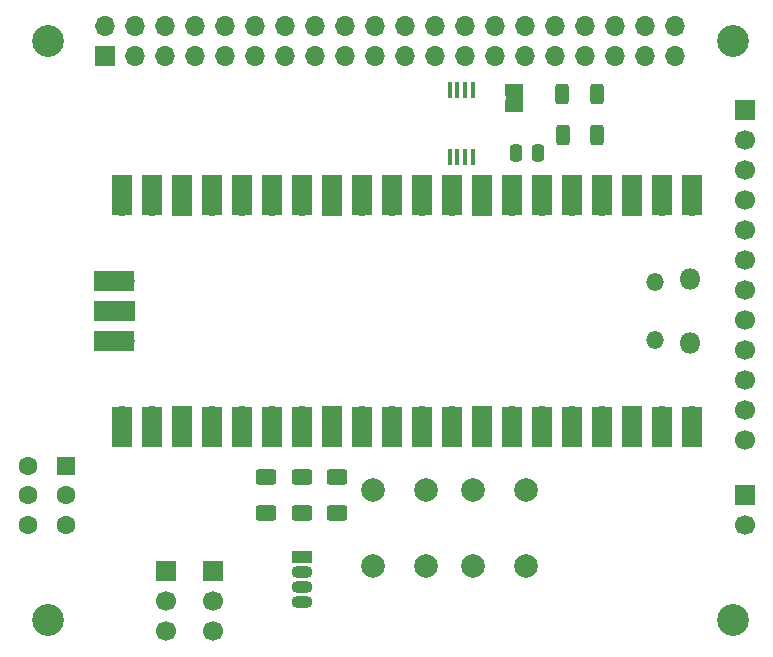
<source format=gts>
G04 #@! TF.GenerationSoftware,KiCad,Pcbnew,9.0.1-9.0.1-0~ubuntu24.04.1*
G04 #@! TF.CreationDate,2025-04-16T21:59:29-05:00*
G04 #@! TF.ProjectId,pico_driver,7069636f-5f64-4726-9976-65722e6b6963,rev?*
G04 #@! TF.SameCoordinates,Original*
G04 #@! TF.FileFunction,Soldermask,Top*
G04 #@! TF.FilePolarity,Negative*
%FSLAX46Y46*%
G04 Gerber Fmt 4.6, Leading zero omitted, Abs format (unit mm)*
G04 Created by KiCad (PCBNEW 9.0.1-9.0.1-0~ubuntu24.04.1) date 2025-04-16 21:59:29*
%MOMM*%
%LPD*%
G01*
G04 APERTURE LIST*
G04 Aperture macros list*
%AMRoundRect*
0 Rectangle with rounded corners*
0 $1 Rounding radius*
0 $2 $3 $4 $5 $6 $7 $8 $9 X,Y pos of 4 corners*
0 Add a 4 corners polygon primitive as box body*
4,1,4,$2,$3,$4,$5,$6,$7,$8,$9,$2,$3,0*
0 Add four circle primitives for the rounded corners*
1,1,$1+$1,$2,$3*
1,1,$1+$1,$4,$5*
1,1,$1+$1,$6,$7*
1,1,$1+$1,$8,$9*
0 Add four rect primitives between the rounded corners*
20,1,$1+$1,$2,$3,$4,$5,0*
20,1,$1+$1,$4,$5,$6,$7,0*
20,1,$1+$1,$6,$7,$8,$9,0*
20,1,$1+$1,$8,$9,$2,$3,0*%
G04 Aperture macros list end*
%ADD10C,1.700000*%
%ADD11R,1.700000X1.700000*%
%ADD12C,2.700000*%
%ADD13C,2.000000*%
%ADD14O,1.800000X1.800000*%
%ADD15O,1.500000X1.500000*%
%ADD16O,1.700000X1.700000*%
%ADD17R,1.700000X3.500000*%
%ADD18R,3.500000X1.700000*%
%ADD19RoundRect,0.250000X0.625000X-0.400000X0.625000X0.400000X-0.625000X0.400000X-0.625000X-0.400000X0*%
%ADD20RoundRect,0.250000X0.312500X0.625000X-0.312500X0.625000X-0.312500X-0.625000X0.312500X-0.625000X0*%
%ADD21RoundRect,0.250000X-0.312500X-0.625000X0.312500X-0.625000X0.312500X0.625000X-0.312500X0.625000X0*%
%ADD22R,1.500000X1.000000*%
%ADD23R,1.800000X1.070000*%
%ADD24O,1.800000X1.070000*%
%ADD25RoundRect,0.250000X-0.250000X-0.475000X0.250000X-0.475000X0.250000X0.475000X-0.250000X0.475000X0*%
%ADD26R,0.355600X1.473200*%
%ADD27R,1.600000X1.600000*%
%ADD28C,1.600000*%
G04 APERTURE END LIST*
G36*
X142250000Y-52500000D02*
G01*
X143750000Y-52500000D01*
X143750000Y-52200000D01*
X142250000Y-52200000D01*
X142250000Y-52500000D01*
G37*
D10*
X162500000Y-88500000D03*
D11*
X162500000Y-85960000D03*
D10*
X162500000Y-81320000D03*
X162500000Y-78780000D03*
X162500000Y-76240000D03*
X162500000Y-73700000D03*
X162500000Y-71160000D03*
X162500000Y-68620000D03*
X162500000Y-66080000D03*
X162500000Y-63540000D03*
X162500000Y-61000000D03*
X162500000Y-58460000D03*
X162500000Y-55920000D03*
D11*
X162500000Y-53380000D03*
X117500000Y-92420000D03*
D10*
X117500000Y-94960000D03*
X117500000Y-97500000D03*
D12*
X161500000Y-47500000D03*
D13*
X144000000Y-85500000D03*
X144000000Y-92000000D03*
X139500000Y-85500000D03*
X139500000Y-92000000D03*
D14*
X157890000Y-67665000D03*
D15*
X154860000Y-67965000D03*
X154860000Y-72815000D03*
D14*
X157890000Y-73115000D03*
D16*
X158020000Y-61500000D03*
D17*
X158020000Y-60600000D03*
D16*
X155480000Y-61500000D03*
D17*
X155480000Y-60600000D03*
D11*
X152940000Y-61500000D03*
D17*
X152940000Y-60600000D03*
D16*
X150400000Y-61500000D03*
D17*
X150400000Y-60600000D03*
D16*
X147860000Y-61500000D03*
D17*
X147860000Y-60600000D03*
D16*
X145320000Y-61500000D03*
D17*
X145320000Y-60600000D03*
D16*
X142780000Y-61500000D03*
D17*
X142780000Y-60600000D03*
D11*
X140240000Y-61500000D03*
D17*
X140240000Y-60600000D03*
D16*
X137700000Y-61500000D03*
D17*
X137700000Y-60600000D03*
D16*
X135160000Y-61500000D03*
D17*
X135160000Y-60600000D03*
D16*
X132620000Y-61500000D03*
D17*
X132620000Y-60600000D03*
D16*
X130080000Y-61500000D03*
D17*
X130080000Y-60600000D03*
D11*
X127540000Y-61500000D03*
D17*
X127540000Y-60600000D03*
D16*
X125000000Y-61500000D03*
D17*
X125000000Y-60600000D03*
D16*
X122460000Y-61500000D03*
D17*
X122460000Y-60600000D03*
D16*
X119920000Y-61500000D03*
D17*
X119920000Y-60600000D03*
D16*
X117380000Y-61500000D03*
D17*
X117380000Y-60600000D03*
D11*
X114840000Y-61500000D03*
D17*
X114840000Y-60600000D03*
D16*
X112300000Y-61500000D03*
D17*
X112300000Y-60600000D03*
D16*
X109760000Y-61500000D03*
D17*
X109760000Y-60600000D03*
D16*
X109760000Y-79280000D03*
D17*
X109760000Y-80180000D03*
D16*
X112300000Y-79280000D03*
D17*
X112300000Y-80180000D03*
D11*
X114840000Y-79280000D03*
D17*
X114840000Y-80180000D03*
D16*
X117380000Y-79280000D03*
D17*
X117380000Y-80180000D03*
D16*
X119920000Y-79280000D03*
D17*
X119920000Y-80180000D03*
D16*
X122460000Y-79280000D03*
D17*
X122460000Y-80180000D03*
D16*
X125000000Y-79280000D03*
D17*
X125000000Y-80180000D03*
D11*
X127540000Y-79280000D03*
D17*
X127540000Y-80180000D03*
D16*
X130080000Y-79280000D03*
D17*
X130080000Y-80180000D03*
D16*
X132620000Y-79280000D03*
D17*
X132620000Y-80180000D03*
D16*
X135160000Y-79280000D03*
D17*
X135160000Y-80180000D03*
D16*
X137700000Y-79280000D03*
D17*
X137700000Y-80180000D03*
D11*
X140240000Y-79280000D03*
D17*
X140240000Y-80180000D03*
D16*
X142780000Y-79280000D03*
D17*
X142780000Y-80180000D03*
D16*
X145320000Y-79280000D03*
D17*
X145320000Y-80180000D03*
D16*
X147860000Y-79280000D03*
D17*
X147860000Y-80180000D03*
D16*
X150400000Y-79280000D03*
D17*
X150400000Y-80180000D03*
D11*
X152940000Y-79280000D03*
D17*
X152940000Y-80180000D03*
D16*
X155480000Y-79280000D03*
D17*
X155480000Y-80180000D03*
D16*
X158020000Y-79280000D03*
D17*
X158020000Y-80180000D03*
D16*
X109990000Y-67850000D03*
D18*
X109090000Y-67850000D03*
D11*
X109990000Y-70390000D03*
D18*
X109090000Y-70390000D03*
D16*
X109990000Y-72930000D03*
D18*
X109090000Y-72930000D03*
D19*
X122000000Y-87500000D03*
X122000000Y-84400000D03*
D20*
X150000000Y-55500000D03*
X147075000Y-55500000D03*
D21*
X147037500Y-52000000D03*
X149962500Y-52000000D03*
D22*
X143000000Y-53000000D03*
X143000000Y-51700000D03*
D23*
X125000000Y-91190000D03*
D24*
X125000000Y-92460000D03*
X125000000Y-93730000D03*
X125000000Y-95000000D03*
D25*
X143100000Y-57000000D03*
X145000000Y-57000000D03*
D19*
X125000000Y-87500000D03*
X125000000Y-84400000D03*
D26*
X137525001Y-57370200D03*
X138174999Y-57370200D03*
X138825001Y-57370200D03*
X139474999Y-57370200D03*
X139474999Y-51629800D03*
X138825001Y-51629800D03*
X138174999Y-51629800D03*
X137525001Y-51629800D03*
D12*
X103500000Y-96500000D03*
D19*
X128000000Y-87500000D03*
X128000000Y-84400000D03*
D12*
X103500000Y-47500000D03*
D11*
X113500000Y-92420000D03*
D10*
X113500000Y-94960000D03*
X113500000Y-97500000D03*
D12*
X161500000Y-96500000D03*
D27*
X105000000Y-83500000D03*
D28*
X105000000Y-86000000D03*
X105000000Y-88500000D03*
X101800000Y-83500000D03*
X101800000Y-86000000D03*
X101800000Y-88500000D03*
D13*
X131000000Y-92000000D03*
X131000000Y-85500000D03*
X135500000Y-92000000D03*
X135500000Y-85500000D03*
D11*
X108370000Y-48770000D03*
D16*
X108370000Y-46230000D03*
X110910000Y-48770000D03*
X110910000Y-46230000D03*
X113450000Y-48770000D03*
X113450000Y-46230000D03*
X115990000Y-48770000D03*
X115990000Y-46230000D03*
X118530000Y-48770000D03*
X118530000Y-46230000D03*
X121070000Y-48770000D03*
X121070000Y-46230000D03*
X123610000Y-48770000D03*
X123610000Y-46230000D03*
X126150000Y-48770000D03*
X126150000Y-46230000D03*
X128690000Y-48770000D03*
X128690000Y-46230000D03*
X131230000Y-48770000D03*
X131230000Y-46230000D03*
X133770000Y-48770000D03*
X133770000Y-46230000D03*
X136310000Y-48770000D03*
X136310000Y-46230000D03*
X138850000Y-48770000D03*
X138850000Y-46230000D03*
X141390000Y-48770000D03*
X141390000Y-46230000D03*
X143930000Y-48770000D03*
X143930000Y-46230000D03*
X146470000Y-48770000D03*
X146470000Y-46230000D03*
X149010000Y-48770000D03*
X149010000Y-46230000D03*
X151550000Y-48770000D03*
X151550000Y-46230000D03*
X154090000Y-48770000D03*
X154090000Y-46230000D03*
X156630000Y-48770000D03*
X156630000Y-46230000D03*
M02*

</source>
